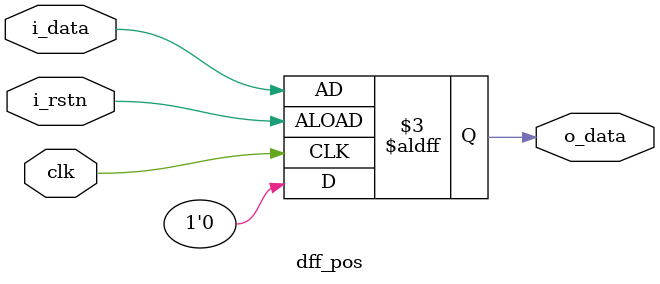
<source format=v>
module dff_neg
(
	input		i_rstn,
	input		clk,
	input		i_data,
	output reg	o_data
);


always @(posedge clk or negedge i_rstn) begin
	if(!i_rstn) begin
		o_data <= 1'b0;
	end else begin
		o_data <= i_data;
	end
end

endmodule


module dff_pos
(
	input		i_rstn,
	input		clk,
	input		i_data,
	output reg	o_data
);


always @(posedge clk or posedge i_rstn) begin
	if(!i_rstn) begin
		o_data <= 1'b0;
	end else begin
		o_data <= i_data;
	end
end

endmodule

</source>
